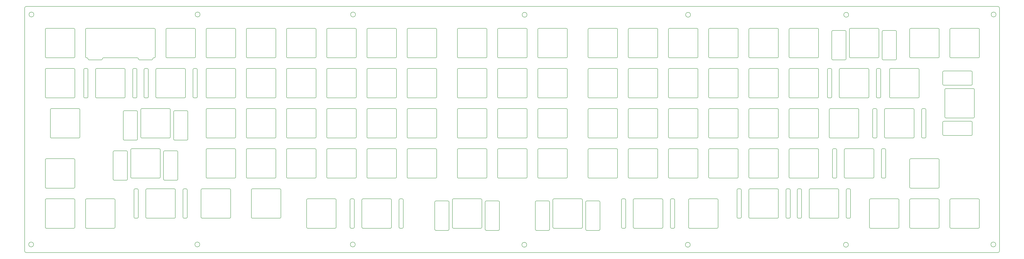
<source format=gm1>
G04 #@! TF.GenerationSoftware,KiCad,Pcbnew,(5.1.6)-1*
G04 #@! TF.CreationDate,2020-08-27T10:41:37-04:00*
G04 #@! TF.ProjectId,railroad-keyboard-switch-plate,7261696c-726f-4616-942d-6b6579626f61,rev?*
G04 #@! TF.SameCoordinates,Original*
G04 #@! TF.FileFunction,Profile,NP*
%FSLAX46Y46*%
G04 Gerber Fmt 4.6, Leading zero omitted, Abs format (unit mm)*
G04 Created by KiCad (PCBNEW (5.1.6)-1) date 2020-08-27 10:41:37*
%MOMM*%
%LPD*%
G01*
G04 APERTURE LIST*
G04 #@! TA.AperFunction,Profile*
%ADD10C,0.200000*%
G04 #@! TD*
G04 #@! TA.AperFunction,Profile*
%ADD11C,0.150000*%
G04 #@! TD*
G04 APERTURE END LIST*
D10*
X114052350Y-432511200D02*
X114052350Y-445511200D01*
X114052350Y-445511200D02*
G75*
G02*
X113552350Y-446011200I-500000J0D01*
G01*
X100552350Y-432011200D02*
X113552350Y-432011200D01*
X100052350Y-432511200D02*
X100052350Y-445511200D01*
X100552350Y-446011200D02*
G75*
G02*
X100052350Y-445511200I0J500000D01*
G01*
X100552350Y-446011200D02*
X113552350Y-446011200D01*
X100052350Y-432511200D02*
G75*
G02*
X100552350Y-432011200I500000J0D01*
G01*
X113552350Y-432011200D02*
G75*
G02*
X114052350Y-432511200I0J-500000D01*
G01*
X53809100Y-369811200D02*
G75*
G03*
X53309100Y-370311200I0J-500000D01*
G01*
X54021100Y-369811199D02*
X53809100Y-369811200D01*
X45847100Y-369811199D02*
X46059100Y-369811200D01*
X46059100Y-369811200D02*
G75*
G02*
X46559100Y-370311200I0J-500000D01*
G01*
X30145100Y-369811199D02*
X29933100Y-369811200D01*
X29933100Y-369811200D02*
G75*
G03*
X29433100Y-370311200I0J-500000D01*
G01*
X21971100Y-369811199D02*
X22183100Y-369811200D01*
X22183100Y-369811200D02*
G75*
G02*
X22683100Y-370311200I0J-500000D01*
G01*
X23183100Y-370811200D02*
G75*
G02*
X22683100Y-370311200I0J500000D01*
G01*
X54521099Y-356311200D02*
X54521099Y-369311199D01*
X54521099Y-369311199D02*
G75*
G02*
X54021099Y-369811199I-500000J0D01*
G01*
X34971099Y-355811200D02*
X54021099Y-355811200D01*
X54021099Y-355811200D02*
G75*
G02*
X54521099Y-356311200I0J-500000D01*
G01*
X21971100Y-369811199D02*
G75*
G02*
X21471100Y-369311199I0J500000D01*
G01*
X21471100Y-356311200D02*
G75*
G02*
X21971100Y-355811200I500000J0D01*
G01*
X21471100Y-356311200D02*
X21471100Y-369311199D01*
X21971100Y-355811200D02*
X34971099Y-355811200D01*
D11*
X382943750Y-458590000D02*
G75*
G03*
X382943750Y-458590000I-1150000J0D01*
G01*
X383079750Y-349354000D02*
G75*
G03*
X383079750Y-349354000I-1150000J0D01*
G01*
X230679750Y-349354000D02*
G75*
G03*
X230679750Y-349354000I-1150000J0D01*
G01*
X452793750Y-458463000D02*
G75*
G03*
X452793750Y-458463000I-1150000J0D01*
G01*
X-3000250Y-349227000D02*
G75*
G03*
X-3000250Y-349227000I-1150000J0D01*
G01*
X308013750Y-458590000D02*
G75*
G03*
X308013750Y-458590000I-1150000J0D01*
G01*
X149399750Y-349227000D02*
G75*
G03*
X149399750Y-349227000I-1150000J0D01*
G01*
X-3136250Y-458463000D02*
G75*
G03*
X-3136250Y-458463000I-1150000J0D01*
G01*
X308149750Y-349354000D02*
G75*
G03*
X308149750Y-349354000I-1150000J0D01*
G01*
X230543750Y-458590000D02*
G75*
G03*
X230543750Y-458590000I-1150000J0D01*
G01*
X149263750Y-458463000D02*
G75*
G03*
X149263750Y-458463000I-1150000J0D01*
G01*
X452929750Y-349227000D02*
G75*
G03*
X452929750Y-349227000I-1150000J0D01*
G01*
X75603750Y-458454000D02*
G75*
G03*
X75603750Y-458454000I-1150000J0D01*
G01*
X75739750Y-349218000D02*
G75*
G03*
X75739750Y-349218000I-1150000J0D01*
G01*
D10*
X-6597650Y-462330800D02*
G75*
G02*
X-7391400Y-461537050I0J793750D01*
G01*
X454571100Y-461537050D02*
G75*
G02*
X453777350Y-462330800I-793750J0D01*
G01*
X453777350Y-345389200D02*
G75*
G02*
X454571100Y-346182950I0J-793750D01*
G01*
X-7391400Y-346182950D02*
G75*
G02*
X-6597650Y-345389200I793750J0D01*
G01*
X412496100Y-450773700D02*
G75*
G02*
X411996100Y-450273700I0J500000D01*
G01*
X-6597650Y-345389200D02*
X453777350Y-345389200D01*
X454571100Y-346182950D02*
X454571100Y-461537050D01*
X445046100Y-437273700D02*
X445046100Y-450273700D01*
X412496100Y-450773700D02*
X425496100Y-450773700D01*
X444546100Y-436773700D02*
G75*
G02*
X445046100Y-437273700I0J-500000D01*
G01*
X-7391400Y-346182950D02*
X-7391400Y-461537050D01*
X411996100Y-437273700D02*
X411996100Y-450273700D01*
X-6597650Y-462330800D02*
X453777350Y-462330800D01*
X431546100Y-436773700D02*
X444546100Y-436773700D01*
X445046100Y-450273700D02*
G75*
G02*
X444546100Y-450773700I-500000J0D01*
G01*
X412496100Y-436773700D02*
X425496100Y-436773700D01*
X425996100Y-450273700D02*
G75*
G02*
X425496100Y-450773700I-500000J0D01*
G01*
X431046100Y-437273700D02*
G75*
G02*
X431546100Y-436773700I500000J0D01*
G01*
X431546100Y-450773700D02*
G75*
G02*
X431046100Y-450273700I0J500000D01*
G01*
X431546100Y-450773700D02*
X444546100Y-450773700D01*
X425496100Y-436773700D02*
G75*
G02*
X425996100Y-437273700I0J-500000D01*
G01*
X411996100Y-437273700D02*
G75*
G02*
X412496100Y-436773700I500000J0D01*
G01*
X425996100Y-437273700D02*
X425996100Y-450273700D01*
X431046100Y-437273700D02*
X431046100Y-450273700D01*
X242927350Y-437273700D02*
G75*
G02*
X243427350Y-436773700I500000J0D01*
G01*
X406946100Y-450273700D02*
G75*
G02*
X406446100Y-450773700I-500000J0D01*
G01*
X393446100Y-450773700D02*
G75*
G02*
X392946100Y-450273700I0J500000D01*
G01*
X258490350Y-438273700D02*
G75*
G02*
X258990350Y-437773700I500000J0D01*
G01*
X241364350Y-438273700D02*
X241364350Y-451273700D01*
X406446100Y-436773700D02*
G75*
G02*
X406946100Y-437273700I0J-500000D01*
G01*
X393446100Y-436773700D02*
X406446100Y-436773700D01*
X275927350Y-450773700D02*
X276927350Y-450773700D01*
X300127350Y-436773700D02*
G75*
G02*
X300627350Y-437273700I0J-500000D01*
G01*
X256427350Y-436773700D02*
G75*
G02*
X256927350Y-437273700I0J-500000D01*
G01*
X406946100Y-437273700D02*
X406946100Y-450273700D01*
X307721100Y-450773700D02*
X320721100Y-450773700D01*
X275427350Y-437273700D02*
X275427350Y-450273700D01*
X275927350Y-436773700D02*
X276927350Y-436773700D01*
X243427350Y-450773700D02*
X256427350Y-450773700D01*
X299127350Y-450773700D02*
X300127350Y-450773700D01*
X294527350Y-436773700D02*
G75*
G02*
X295027350Y-437273700I0J-500000D01*
G01*
X281527350Y-436773700D02*
X294527350Y-436773700D01*
X258990350Y-451773700D02*
G75*
G02*
X258490350Y-451273700I0J500000D01*
G01*
X281027350Y-437273700D02*
X281027350Y-450273700D01*
X300627350Y-450273700D02*
G75*
G02*
X300127350Y-450773700I-500000J0D01*
G01*
X265240350Y-451273700D02*
G75*
G02*
X264740350Y-451773700I-500000J0D01*
G01*
X307221100Y-437273700D02*
X307221100Y-450273700D01*
X307721100Y-436773700D02*
X320721100Y-436773700D01*
X275427350Y-437273700D02*
G75*
G02*
X275927350Y-436773700I500000J0D01*
G01*
X299127350Y-450773700D02*
G75*
G02*
X298627350Y-450273700I0J500000D01*
G01*
X281527350Y-450773700D02*
G75*
G02*
X281027350Y-450273700I0J500000D01*
G01*
X240864350Y-437773700D02*
G75*
G02*
X241364350Y-438273700I0J-500000D01*
G01*
X243427350Y-436773700D02*
X256427350Y-436773700D01*
X281027350Y-437273700D02*
G75*
G02*
X281527350Y-436773700I500000J0D01*
G01*
X295027350Y-450273700D02*
G75*
G02*
X294527350Y-450773700I-500000J0D01*
G01*
X298627350Y-437273700D02*
X298627350Y-450273700D01*
X258990350Y-437773700D02*
X264740350Y-437773700D01*
X264740350Y-437773700D02*
G75*
G02*
X265240350Y-438273700I0J-500000D01*
G01*
X242927350Y-437273700D02*
X242927350Y-450273700D01*
X299127350Y-436773700D02*
X300127350Y-436773700D01*
X234614350Y-438273700D02*
G75*
G02*
X235114350Y-437773700I500000J0D01*
G01*
X281527350Y-450773700D02*
X294527350Y-450773700D01*
X392946100Y-437273700D02*
G75*
G02*
X393446100Y-436773700I500000J0D01*
G01*
X392946100Y-437273700D02*
X392946100Y-450273700D01*
X393446100Y-450773700D02*
X406446100Y-450773700D01*
X307721100Y-450773700D02*
G75*
G02*
X307221100Y-450273700I0J500000D01*
G01*
X277427350Y-450273700D02*
G75*
G02*
X276927350Y-450773700I-500000J0D01*
G01*
X320721100Y-436773700D02*
G75*
G02*
X321221100Y-437273700I0J-500000D01*
G01*
X276927350Y-436773700D02*
G75*
G02*
X277427350Y-437273700I0J-500000D01*
G01*
X258490350Y-438273700D02*
X258490350Y-451273700D01*
X307221100Y-437273700D02*
G75*
G02*
X307721100Y-436773700I500000J0D01*
G01*
X275927350Y-450773700D02*
G75*
G02*
X275427350Y-450273700I0J500000D01*
G01*
X256927350Y-437273700D02*
X256927350Y-450273700D01*
X277427350Y-437273700D02*
X277427350Y-450273700D01*
X295027350Y-437273700D02*
X295027350Y-450273700D01*
X235114350Y-451773700D02*
G75*
G02*
X234614350Y-451273700I0J500000D01*
G01*
X234614350Y-438273700D02*
X234614350Y-451273700D01*
X298627350Y-437273700D02*
G75*
G02*
X299127350Y-436773700I500000J0D01*
G01*
X300627350Y-437273700D02*
X300627350Y-450273700D01*
X235114350Y-451773700D02*
X240864350Y-451773700D01*
X265240350Y-438273700D02*
X265240350Y-451273700D01*
X235114350Y-437773700D02*
X240864350Y-437773700D01*
X258990350Y-451773700D02*
X264740350Y-451773700D01*
X321221100Y-437273700D02*
X321221100Y-450273700D01*
X243427350Y-450773700D02*
G75*
G02*
X242927350Y-450273700I0J500000D01*
G01*
X256927350Y-450273700D02*
G75*
G02*
X256427350Y-450773700I-500000J0D01*
G01*
X321221100Y-450273700D02*
G75*
G02*
X320721100Y-450773700I-500000J0D01*
G01*
X241364350Y-451273700D02*
G75*
G02*
X240864350Y-451773700I-500000J0D01*
G01*
X353896100Y-432011200D02*
X354896100Y-432011200D01*
X360271100Y-432011200D02*
G75*
G02*
X360771100Y-432511200I0J-500000D01*
G01*
X330696100Y-432011200D02*
X331696100Y-432011200D01*
X359271100Y-446011200D02*
X360271100Y-446011200D01*
X332196100Y-445511200D02*
G75*
G02*
X331696100Y-446011200I-500000J0D01*
G01*
X15921099Y-436773700D02*
G75*
G02*
X16421099Y-437273700I0J-500000D01*
G01*
X359271100Y-446011200D02*
G75*
G02*
X358771100Y-445511200I0J500000D01*
G01*
X358771100Y-432511200D02*
G75*
G02*
X359271100Y-432011200I500000J0D01*
G01*
X353896100Y-446011200D02*
X354896100Y-446011200D01*
X383471100Y-432011200D02*
G75*
G02*
X383971100Y-432511200I0J-500000D01*
G01*
X382471100Y-446011200D02*
X383471100Y-446011200D01*
X364371100Y-432511200D02*
G75*
G02*
X364871100Y-432011200I500000J0D01*
G01*
X364871100Y-446011200D02*
G75*
G02*
X364371100Y-445511200I0J500000D01*
G01*
X2421100Y-437273700D02*
G75*
G02*
X2921100Y-436773700I500000J0D01*
G01*
X360771100Y-432511200D02*
X360771100Y-445511200D01*
X330196100Y-432511200D02*
X330196100Y-445511200D01*
X2921100Y-436773700D02*
X15921099Y-436773700D01*
X332196100Y-432511200D02*
X332196100Y-445511200D01*
X358771100Y-432511200D02*
X358771100Y-445511200D01*
X381971100Y-432511200D02*
X381971100Y-445511200D01*
X382471100Y-446011200D02*
G75*
G02*
X381971100Y-445511200I0J500000D01*
G01*
X382471100Y-432011200D02*
X383471100Y-432011200D01*
X383971100Y-432511200D02*
X383971100Y-445511200D01*
X364871100Y-446011200D02*
X377871100Y-446011200D01*
X381971100Y-432511200D02*
G75*
G02*
X382471100Y-432011200I500000J0D01*
G01*
X377871100Y-432011200D02*
G75*
G02*
X378371100Y-432511200I0J-500000D01*
G01*
X353396100Y-432511200D02*
G75*
G02*
X353896100Y-432011200I500000J0D01*
G01*
X330696100Y-446011200D02*
X331696100Y-446011200D01*
X336296100Y-446011200D02*
G75*
G02*
X335796100Y-445511200I0J500000D01*
G01*
X364871100Y-432011200D02*
X377871100Y-432011200D01*
X16421099Y-450273700D02*
G75*
G02*
X15921099Y-450773700I-500000J0D01*
G01*
X16421099Y-437273700D02*
X16421099Y-450273700D01*
X2421100Y-437273700D02*
X2421100Y-450273700D01*
X2921100Y-450773700D02*
X15921099Y-450773700D01*
X360771100Y-445511200D02*
G75*
G02*
X360271100Y-446011200I-500000J0D01*
G01*
X359271100Y-432011200D02*
X360271100Y-432011200D01*
X383971100Y-445511200D02*
G75*
G02*
X383471100Y-446011200I-500000J0D01*
G01*
X353896100Y-446011200D02*
G75*
G02*
X353396100Y-445511200I0J500000D01*
G01*
X378371100Y-445511200D02*
G75*
G02*
X377871100Y-446011200I-500000J0D01*
G01*
X349796100Y-445511200D02*
G75*
G02*
X349296100Y-446011200I-500000J0D01*
G01*
X364371100Y-432511200D02*
X364371100Y-445511200D01*
X330696100Y-446011200D02*
G75*
G02*
X330196100Y-445511200I0J500000D01*
G01*
X331696100Y-432011200D02*
G75*
G02*
X332196100Y-432511200I0J-500000D01*
G01*
X330196100Y-432511200D02*
G75*
G02*
X330696100Y-432011200I500000J0D01*
G01*
X355396100Y-445511200D02*
G75*
G02*
X354896100Y-446011200I-500000J0D01*
G01*
X354896100Y-432011200D02*
G75*
G02*
X355396100Y-432511200I0J-500000D01*
G01*
X349296100Y-432011200D02*
G75*
G02*
X349796100Y-432511200I0J-500000D01*
G01*
X335796100Y-432511200D02*
G75*
G02*
X336296100Y-432011200I500000J0D01*
G01*
X2921100Y-450773700D02*
G75*
G02*
X2421100Y-450273700I0J500000D01*
G01*
X353396100Y-432511200D02*
X353396100Y-445511200D01*
X355396100Y-432511200D02*
X355396100Y-445511200D01*
X378371100Y-432511200D02*
X378371100Y-445511200D01*
X89739850Y-432011200D02*
G75*
G02*
X90239850Y-432511200I0J-500000D01*
G01*
X399139850Y-426961200D02*
G75*
G02*
X398639850Y-426461200I0J500000D01*
G01*
X76739850Y-446011200D02*
X89739850Y-446011200D01*
X50046100Y-432511200D02*
X50046100Y-445511200D01*
X50546100Y-432011200D02*
X63546100Y-432011200D01*
X411996100Y-418223700D02*
X411996100Y-431223700D01*
X412496100Y-431723700D02*
G75*
G02*
X411996100Y-431223700I0J500000D01*
G01*
X412496100Y-417723700D02*
X425496100Y-417723700D01*
X377439850Y-413461200D02*
X377439850Y-426461200D01*
X412496100Y-431723700D02*
X425496100Y-431723700D01*
X76739850Y-446011200D02*
G75*
G02*
X76239850Y-445511200I0J500000D01*
G01*
X45946100Y-432011200D02*
G75*
G02*
X46446100Y-432511200I0J-500000D01*
G01*
X64046100Y-445511200D02*
G75*
G02*
X63546100Y-446011200I-500000J0D01*
G01*
X336296100Y-446011200D02*
X349296100Y-446011200D01*
X76239850Y-432511200D02*
G75*
G02*
X76739850Y-432011200I500000J0D01*
G01*
X63546100Y-432011200D02*
G75*
G02*
X64046100Y-432511200I0J-500000D01*
G01*
X46446100Y-432511200D02*
X46446100Y-445511200D01*
X44446100Y-432511200D02*
X44446100Y-445511200D01*
X16421099Y-418223700D02*
X16421099Y-431223700D01*
X375439850Y-413461200D02*
X375439850Y-426461200D01*
X68146100Y-446011200D02*
G75*
G02*
X67646100Y-445511200I0J500000D01*
G01*
X64046100Y-432511200D02*
X64046100Y-445511200D01*
X16421099Y-431223700D02*
G75*
G02*
X15921099Y-431723700I-500000J0D01*
G01*
X411996100Y-418223700D02*
G75*
G02*
X412496100Y-417723700I500000J0D01*
G01*
X376939850Y-412961200D02*
G75*
G02*
X377439850Y-413461200I0J-500000D01*
G01*
X68146100Y-446011200D02*
X69146100Y-446011200D01*
X50046100Y-432511200D02*
G75*
G02*
X50546100Y-432011200I500000J0D01*
G01*
X15921099Y-417723700D02*
G75*
G02*
X16421099Y-418223700I0J-500000D01*
G01*
X400639850Y-426461200D02*
G75*
G02*
X400139850Y-426961200I-500000J0D01*
G01*
X425996100Y-431223700D02*
G75*
G02*
X425496100Y-431723700I-500000J0D01*
G01*
X375939850Y-426961200D02*
X376939850Y-426961200D01*
X69646100Y-432511200D02*
X69646100Y-445511200D01*
X375939850Y-426961200D02*
G75*
G02*
X375439850Y-426461200I0J500000D01*
G01*
X375939850Y-412961200D02*
X376939850Y-412961200D01*
X44946100Y-446011200D02*
G75*
G02*
X44446100Y-445511200I0J500000D01*
G01*
X67646100Y-432511200D02*
G75*
G02*
X68146100Y-432011200I500000J0D01*
G01*
X44446100Y-432511200D02*
G75*
G02*
X44946100Y-432011200I500000J0D01*
G01*
X425996100Y-418223700D02*
X425996100Y-431223700D01*
X44946100Y-432011200D02*
X45946100Y-432011200D01*
X46446100Y-445511200D02*
G75*
G02*
X45946100Y-446011200I-500000J0D01*
G01*
X50546100Y-446011200D02*
G75*
G02*
X50046100Y-445511200I0J500000D01*
G01*
X2921100Y-431723700D02*
X15921099Y-431723700D01*
X2921100Y-417723700D02*
X15921099Y-417723700D01*
X336296100Y-432011200D02*
X349296100Y-432011200D01*
X76239850Y-432511200D02*
X76239850Y-445511200D01*
X76739850Y-432011200D02*
X89739850Y-432011200D01*
X67646100Y-432511200D02*
X67646100Y-445511200D01*
X50546100Y-446011200D02*
X63546100Y-446011200D01*
X400139850Y-412961200D02*
G75*
G02*
X400639850Y-413461200I0J-500000D01*
G01*
X425496100Y-417723700D02*
G75*
G02*
X425996100Y-418223700I0J-500000D01*
G01*
X398639850Y-413461200D02*
G75*
G02*
X399139850Y-412961200I500000J0D01*
G01*
X90239850Y-432511200D02*
X90239850Y-445511200D01*
X2421100Y-418223700D02*
G75*
G02*
X2921100Y-417723700I500000J0D01*
G01*
X44946100Y-446011200D02*
X45946100Y-446011200D01*
X69646100Y-445511200D02*
G75*
G02*
X69146100Y-446011200I-500000J0D01*
G01*
X2921100Y-431723700D02*
G75*
G02*
X2421100Y-431223700I0J500000D01*
G01*
X69146100Y-432011200D02*
G75*
G02*
X69646100Y-432511200I0J-500000D01*
G01*
X68146100Y-432011200D02*
X69146100Y-432011200D01*
X2421100Y-418223700D02*
X2421100Y-431223700D01*
X377439850Y-426461200D02*
G75*
G02*
X376939850Y-426961200I-500000J0D01*
G01*
X349796100Y-432511200D02*
X349796100Y-445511200D01*
X335796100Y-432511200D02*
X335796100Y-445511200D01*
X90239850Y-445511200D02*
G75*
G02*
X89739850Y-446011200I-500000J0D01*
G01*
X375439850Y-413461200D02*
G75*
G02*
X375939850Y-412961200I500000J0D01*
G01*
X278646100Y-413461200D02*
G75*
G02*
X279146100Y-412961200I500000J0D01*
G01*
X399139850Y-426961200D02*
X400139850Y-426961200D01*
X330746100Y-413461200D02*
X330746100Y-426461200D01*
X297696100Y-413461200D02*
G75*
G02*
X298196100Y-412961200I500000J0D01*
G01*
X260096100Y-426961200D02*
X273096100Y-426961200D01*
X399139850Y-412961200D02*
X400139850Y-412961200D01*
X381539850Y-426961200D02*
X394539850Y-426961200D01*
X368346100Y-412961200D02*
G75*
G02*
X368846100Y-413461200I0J-500000D01*
G01*
X249283600Y-412961200D02*
G75*
G02*
X249783600Y-413461200I0J-500000D01*
G01*
X292146100Y-412961200D02*
G75*
G02*
X292646100Y-413461200I0J-500000D01*
G01*
X381039850Y-413461200D02*
X381039850Y-426461200D01*
X273596100Y-413461200D02*
X273596100Y-426461200D01*
X259596100Y-413461200D02*
X259596100Y-426461200D01*
X395039850Y-426461200D02*
G75*
G02*
X394539850Y-426961200I-500000J0D01*
G01*
X381539850Y-412961200D02*
X394539850Y-412961200D01*
X355346100Y-426961200D02*
X368346100Y-426961200D01*
X349296100Y-412961200D02*
G75*
G02*
X349796100Y-413461200I0J-500000D01*
G01*
X336296100Y-412961200D02*
X349296100Y-412961200D01*
X298196100Y-426961200D02*
G75*
G02*
X297696100Y-426461200I0J500000D01*
G01*
X335796100Y-413461200D02*
X335796100Y-426461200D01*
X368846100Y-426461200D02*
G75*
G02*
X368346100Y-426961200I-500000J0D01*
G01*
X311696100Y-426461200D02*
G75*
G02*
X311196100Y-426961200I-500000J0D01*
G01*
X381039850Y-413461200D02*
G75*
G02*
X381539850Y-412961200I500000J0D01*
G01*
X355346100Y-426961200D02*
G75*
G02*
X354846100Y-426461200I0J500000D01*
G01*
X354846100Y-413461200D02*
X354846100Y-426461200D01*
X336296100Y-426961200D02*
G75*
G02*
X335796100Y-426461200I0J500000D01*
G01*
X330246100Y-412961200D02*
G75*
G02*
X330746100Y-413461200I0J-500000D01*
G01*
X260096100Y-426961200D02*
G75*
G02*
X259596100Y-426461200I0J500000D01*
G01*
X273596100Y-426461200D02*
G75*
G02*
X273096100Y-426961200I-500000J0D01*
G01*
X335796100Y-413461200D02*
G75*
G02*
X336296100Y-412961200I500000J0D01*
G01*
X349796100Y-426461200D02*
G75*
G02*
X349296100Y-426961200I-500000J0D01*
G01*
X298196100Y-412961200D02*
X311196100Y-412961200D01*
X260096100Y-412961200D02*
X273096100Y-412961200D01*
X311196100Y-412961200D02*
G75*
G02*
X311696100Y-413461200I0J-500000D01*
G01*
X278646100Y-413461200D02*
X278646100Y-426461200D01*
X355346100Y-412961200D02*
X368346100Y-412961200D01*
X316746100Y-413461200D02*
G75*
G02*
X317246100Y-412961200I500000J0D01*
G01*
X336296100Y-426961200D02*
X349296100Y-426961200D01*
X381539850Y-426961200D02*
G75*
G02*
X381039850Y-426461200I0J500000D01*
G01*
X394539850Y-412961200D02*
G75*
G02*
X395039850Y-413461200I0J-500000D01*
G01*
X395039850Y-413461200D02*
X395039850Y-426461200D01*
X354846100Y-413461200D02*
G75*
G02*
X355346100Y-412961200I500000J0D01*
G01*
X368846100Y-413461200D02*
X368846100Y-426461200D01*
X349796100Y-413461200D02*
X349796100Y-426461200D01*
X317246100Y-426961200D02*
G75*
G02*
X316746100Y-426461200I0J500000D01*
G01*
X297696100Y-413461200D02*
X297696100Y-426461200D01*
X316746100Y-413461200D02*
X316746100Y-426461200D01*
X235783600Y-413461200D02*
G75*
G02*
X236283600Y-412961200I500000J0D01*
G01*
X292646100Y-413461200D02*
X292646100Y-426461200D01*
X317246100Y-426961200D02*
X330246100Y-426961200D01*
X236283600Y-426961200D02*
G75*
G02*
X235783600Y-426461200I0J500000D01*
G01*
X317246100Y-412961200D02*
X330246100Y-412961200D01*
X311696100Y-413461200D02*
X311696100Y-426461200D01*
X273096100Y-412961200D02*
G75*
G02*
X273596100Y-413461200I0J-500000D01*
G01*
X298196100Y-426961200D02*
X311196100Y-426961200D01*
X259596100Y-413461200D02*
G75*
G02*
X260096100Y-412961200I500000J0D01*
G01*
X279146100Y-426961200D02*
X292146100Y-426961200D01*
X279146100Y-412961200D02*
X292146100Y-412961200D01*
X249783600Y-426461200D02*
G75*
G02*
X249283600Y-426961200I-500000J0D01*
G01*
X400639850Y-413461200D02*
X400639850Y-426461200D01*
X279146100Y-426961200D02*
G75*
G02*
X278646100Y-426461200I0J500000D01*
G01*
X292646100Y-426461200D02*
G75*
G02*
X292146100Y-426961200I-500000J0D01*
G01*
X398639850Y-413461200D02*
X398639850Y-426461200D01*
X330746100Y-426461200D02*
G75*
G02*
X330246100Y-426961200I-500000J0D01*
G01*
X130721099Y-426461200D02*
G75*
G02*
X130221099Y-426961200I-500000J0D01*
G01*
X135771100Y-413461200D02*
G75*
G02*
X136271100Y-412961200I500000J0D01*
G01*
X136271100Y-412961200D02*
X149271100Y-412961200D01*
X117221100Y-426961200D02*
X130221099Y-426961200D01*
X111671100Y-426461200D02*
G75*
G02*
X111171100Y-426961200I-500000J0D01*
G01*
X98171100Y-412961200D02*
X111171100Y-412961200D01*
X173871100Y-413461200D02*
G75*
G02*
X174371100Y-412961200I500000J0D01*
G01*
X136271100Y-426961200D02*
G75*
G02*
X135771100Y-426461200I0J500000D01*
G01*
X136271100Y-426961200D02*
X149271100Y-426961200D01*
X173871100Y-413461200D02*
X173871100Y-426461200D01*
X211683600Y-413461200D02*
X211683600Y-426461200D01*
X149771100Y-413461200D02*
X149771100Y-426461200D01*
X117221100Y-412961200D02*
X130221099Y-412961200D01*
X111171100Y-412961200D02*
G75*
G02*
X111671100Y-413461200I0J-500000D01*
G01*
X98171100Y-426961200D02*
X111171100Y-426961200D01*
X198183600Y-426961200D02*
X211183600Y-426961200D01*
X230733600Y-426461200D02*
G75*
G02*
X230233600Y-426961200I-500000J0D01*
G01*
X217233600Y-426961200D02*
G75*
G02*
X216733600Y-426461200I0J500000D01*
G01*
X154821100Y-413461200D02*
G75*
G02*
X155321100Y-412961200I500000J0D01*
G01*
X174371100Y-412961200D02*
X187371100Y-412961200D01*
X216733600Y-413461200D02*
X216733600Y-426461200D01*
X187871100Y-426461200D02*
G75*
G02*
X187371100Y-426961200I-500000J0D01*
G01*
X97671100Y-413461200D02*
X97671100Y-426461200D01*
X116721100Y-413461200D02*
X116721100Y-426461200D01*
X216733600Y-413461200D02*
G75*
G02*
X217233600Y-412961200I500000J0D01*
G01*
X211183600Y-412961200D02*
G75*
G02*
X211683600Y-413461200I0J-500000D01*
G01*
X198183600Y-412961200D02*
X211183600Y-412961200D01*
X187871100Y-413461200D02*
X187871100Y-426461200D01*
X130221099Y-412961200D02*
G75*
G02*
X130721099Y-413461200I0J-500000D01*
G01*
X98171100Y-426961200D02*
G75*
G02*
X97671100Y-426461200I0J500000D01*
G01*
X116721100Y-413461200D02*
G75*
G02*
X117221100Y-412961200I500000J0D01*
G01*
X217233600Y-412961200D02*
X230233600Y-412961200D01*
X211683600Y-426461200D02*
G75*
G02*
X211183600Y-426961200I-500000J0D01*
G01*
X197683600Y-413461200D02*
X197683600Y-426461200D01*
X154821100Y-413461200D02*
X154821100Y-426461200D01*
X155321100Y-412961200D02*
X168321100Y-412961200D01*
X149771100Y-426461200D02*
G75*
G02*
X149271100Y-426961200I-500000J0D01*
G01*
X92621100Y-426461200D02*
G75*
G02*
X92121100Y-426961200I-500000J0D01*
G01*
X97671100Y-413461200D02*
G75*
G02*
X98171100Y-412961200I500000J0D01*
G01*
X130721099Y-413461200D02*
X130721099Y-426461200D01*
X79121100Y-426961200D02*
G75*
G02*
X78621100Y-426461200I0J500000D01*
G01*
X249783600Y-413461200D02*
X249783600Y-426461200D01*
X198183600Y-426961200D02*
G75*
G02*
X197683600Y-426461200I0J500000D01*
G01*
X168821100Y-426461200D02*
G75*
G02*
X168321100Y-426961200I-500000J0D01*
G01*
X111671100Y-413461200D02*
X111671100Y-426461200D01*
X155321100Y-426961200D02*
X168321100Y-426961200D01*
X149271100Y-412961200D02*
G75*
G02*
X149771100Y-413461200I0J-500000D01*
G01*
X78621100Y-413461200D02*
G75*
G02*
X79121100Y-412961200I500000J0D01*
G01*
X117221100Y-426961200D02*
G75*
G02*
X116721100Y-426461200I0J500000D01*
G01*
X235783600Y-413461200D02*
X235783600Y-426461200D01*
X187371100Y-412961200D02*
G75*
G02*
X187871100Y-413461200I0J-500000D01*
G01*
X168321100Y-412961200D02*
G75*
G02*
X168821100Y-413461200I0J-500000D01*
G01*
X92121100Y-412961200D02*
G75*
G02*
X92621100Y-413461200I0J-500000D01*
G01*
X230233600Y-412961200D02*
G75*
G02*
X230733600Y-413461200I0J-500000D01*
G01*
X236283600Y-426961200D02*
X249283600Y-426961200D01*
X174371100Y-426961200D02*
X187371100Y-426961200D01*
X135771100Y-413461200D02*
X135771100Y-426461200D01*
X197683600Y-413461200D02*
G75*
G02*
X198183600Y-412961200I500000J0D01*
G01*
X230733600Y-413461200D02*
X230733600Y-426461200D01*
X217233600Y-426961200D02*
X230233600Y-426961200D01*
X236283600Y-412961200D02*
X249283600Y-412961200D01*
X174371100Y-426961200D02*
G75*
G02*
X173871100Y-426461200I0J500000D01*
G01*
X155321100Y-426961200D02*
G75*
G02*
X154821100Y-426461200I0J500000D01*
G01*
X168821100Y-413461200D02*
X168821100Y-426461200D01*
X373896100Y-394411200D02*
G75*
G02*
X374396100Y-393911200I500000J0D01*
G01*
X64715350Y-413961200D02*
G75*
G02*
X65215350Y-414461200I0J-500000D01*
G01*
X414089850Y-394411200D02*
X414089850Y-407411200D01*
X35089350Y-413961200D02*
X40839350Y-413961200D01*
X387896100Y-407411200D02*
G75*
G02*
X387396100Y-407911200I-500000J0D01*
G01*
X58965350Y-427961200D02*
G75*
G02*
X58465350Y-427461200I0J500000D01*
G01*
X65215350Y-414461200D02*
X65215350Y-427461200D01*
X373896100Y-394411200D02*
X373896100Y-407411200D01*
X43402350Y-426961200D02*
X56402350Y-426961200D01*
X400589850Y-407911200D02*
G75*
G02*
X400089850Y-407411200I0J500000D01*
G01*
X394489850Y-394411200D02*
G75*
G02*
X394989850Y-393911200I500000J0D01*
G01*
X396489850Y-394411200D02*
X396489850Y-407411200D01*
X394489850Y-394411200D02*
X394489850Y-407411200D01*
X58965350Y-427961200D02*
X64715350Y-427961200D01*
X355346100Y-407911200D02*
G75*
G02*
X354846100Y-407411200I0J500000D01*
G01*
X418189850Y-393911200D02*
X419189850Y-393911200D01*
X400589850Y-393911200D02*
X413589850Y-393911200D01*
X42902350Y-413461200D02*
G75*
G02*
X43402350Y-412961200I500000J0D01*
G01*
X394989850Y-407911200D02*
G75*
G02*
X394489850Y-407411200I0J500000D01*
G01*
X418189850Y-407911200D02*
G75*
G02*
X417689850Y-407411200I0J500000D01*
G01*
X419689850Y-394411200D02*
X419689850Y-407411200D01*
X58465350Y-414461200D02*
X58465350Y-427461200D01*
X56902350Y-426461200D02*
G75*
G02*
X56402350Y-426961200I-500000J0D01*
G01*
X419689850Y-407411200D02*
G75*
G02*
X419189850Y-407911200I-500000J0D01*
G01*
X35089350Y-427961200D02*
G75*
G02*
X34589350Y-427461200I0J500000D01*
G01*
X58465350Y-414461200D02*
G75*
G02*
X58965350Y-413961200I500000J0D01*
G01*
X400589850Y-407911200D02*
X413589850Y-407911200D01*
X58965350Y-413961200D02*
X64715350Y-413961200D01*
X374396100Y-393911200D02*
X387396100Y-393911200D01*
X394989850Y-393911200D02*
X395989850Y-393911200D01*
X56902350Y-413461200D02*
X56902350Y-426461200D01*
X374396100Y-407911200D02*
G75*
G02*
X373896100Y-407411200I0J500000D01*
G01*
X387396100Y-393911200D02*
G75*
G02*
X387896100Y-394411200I0J-500000D01*
G01*
X387896100Y-394411200D02*
X387896100Y-407411200D01*
X34589350Y-414461200D02*
G75*
G02*
X35089350Y-413961200I500000J0D01*
G01*
X56402350Y-412961200D02*
G75*
G02*
X56902350Y-413461200I0J-500000D01*
G01*
X43402350Y-412961200D02*
X56402350Y-412961200D01*
X419189850Y-393911200D02*
G75*
G02*
X419689850Y-394411200I0J-500000D01*
G01*
X417689850Y-394411200D02*
X417689850Y-407411200D01*
X374396100Y-407911200D02*
X387396100Y-407911200D01*
X400089850Y-394411200D02*
X400089850Y-407411200D01*
X395989850Y-393911200D02*
G75*
G02*
X396489850Y-394411200I0J-500000D01*
G01*
X79121100Y-426961200D02*
X92121100Y-426961200D01*
X41339350Y-427461200D02*
G75*
G02*
X40839350Y-427961200I-500000J0D01*
G01*
X418189850Y-407911200D02*
X419189850Y-407911200D01*
X368846100Y-407411200D02*
G75*
G02*
X368346100Y-407911200I-500000J0D01*
G01*
X41339350Y-414461200D02*
X41339350Y-427461200D01*
X414089850Y-407411200D02*
G75*
G02*
X413589850Y-407911200I-500000J0D01*
G01*
X92621100Y-413461200D02*
X92621100Y-426461200D01*
X394989850Y-407911200D02*
X395989850Y-407911200D01*
X78621100Y-413461200D02*
X78621100Y-426461200D01*
X79121100Y-412961200D02*
X92121100Y-412961200D01*
X40839350Y-413961200D02*
G75*
G02*
X41339350Y-414461200I0J-500000D01*
G01*
X42902350Y-413461200D02*
X42902350Y-426461200D01*
X354846100Y-394411200D02*
G75*
G02*
X355346100Y-393911200I500000J0D01*
G01*
X34589350Y-414461200D02*
X34589350Y-427461200D01*
X65215350Y-427461200D02*
G75*
G02*
X64715350Y-427961200I-500000J0D01*
G01*
X417689850Y-394411200D02*
G75*
G02*
X418189850Y-393911200I500000J0D01*
G01*
X413589850Y-393911200D02*
G75*
G02*
X414089850Y-394411200I0J-500000D01*
G01*
X35089350Y-427961200D02*
X40839350Y-427961200D01*
X43402350Y-426961200D02*
G75*
G02*
X42902350Y-426461200I0J500000D01*
G01*
X396489850Y-407411200D02*
G75*
G02*
X395989850Y-407911200I-500000J0D01*
G01*
X368346100Y-393911200D02*
G75*
G02*
X368846100Y-394411200I0J-500000D01*
G01*
X400089850Y-394411200D02*
G75*
G02*
X400589850Y-393911200I500000J0D01*
G01*
X146839850Y-437273700D02*
X146839850Y-450273700D01*
X21471100Y-437273700D02*
X21471100Y-450273700D01*
X186989350Y-438273700D02*
X186989350Y-451273700D01*
X211365350Y-451773700D02*
G75*
G02*
X210865350Y-451273700I0J500000D01*
G01*
X172039850Y-450273700D02*
G75*
G02*
X171539850Y-450773700I-500000J0D01*
G01*
X152939850Y-450773700D02*
G75*
G02*
X152439850Y-450273700I0J500000D01*
G01*
X170039850Y-437273700D02*
X170039850Y-450273700D01*
X152439850Y-437273700D02*
G75*
G02*
X152939850Y-436773700I500000J0D01*
G01*
X35471100Y-450273700D02*
G75*
G02*
X34971100Y-450773700I-500000J0D01*
G01*
X165939850Y-436773700D02*
G75*
G02*
X166439850Y-437273700I0J-500000D01*
G01*
X186989350Y-438273700D02*
G75*
G02*
X187489350Y-437773700I500000J0D01*
G01*
X193739350Y-438273700D02*
X193739350Y-451273700D01*
X210865350Y-438273700D02*
X210865350Y-451273700D01*
X187489350Y-451773700D02*
X193239350Y-451773700D01*
X210865350Y-438273700D02*
G75*
G02*
X211365350Y-437773700I500000J0D01*
G01*
X209302350Y-450273700D02*
G75*
G02*
X208802350Y-450773700I-500000J0D01*
G01*
X146839850Y-437273700D02*
G75*
G02*
X147339850Y-436773700I500000J0D01*
G01*
X147339850Y-436773700D02*
X148339850Y-436773700D01*
X140246100Y-450273700D02*
G75*
G02*
X139746100Y-450773700I-500000J0D01*
G01*
X21971100Y-450773700D02*
G75*
G02*
X21471100Y-450273700I0J500000D01*
G01*
X209302350Y-437273700D02*
X209302350Y-450273700D01*
X217615350Y-438273700D02*
X217615350Y-451273700D01*
X166439850Y-437273700D02*
X166439850Y-450273700D01*
X170539850Y-436773700D02*
X171539850Y-436773700D01*
X126746100Y-450773700D02*
X139746100Y-450773700D01*
X211365350Y-437773700D02*
X217115350Y-437773700D01*
X147339850Y-450773700D02*
G75*
G02*
X146839850Y-450273700I0J500000D01*
G01*
X152939850Y-450773700D02*
X165939850Y-450773700D01*
X35471100Y-437273700D02*
X35471100Y-450273700D01*
X211365350Y-451773700D02*
X217115350Y-451773700D01*
X34971100Y-436773700D02*
G75*
G02*
X35471100Y-437273700I0J-500000D01*
G01*
X195802350Y-436773700D02*
X208802350Y-436773700D01*
X126246100Y-437273700D02*
X126246100Y-450273700D01*
X21471100Y-437273700D02*
G75*
G02*
X21971100Y-436773700I500000J0D01*
G01*
X208802350Y-436773700D02*
G75*
G02*
X209302350Y-437273700I0J-500000D01*
G01*
X195802350Y-450773700D02*
X208802350Y-450773700D01*
X170039850Y-437273700D02*
G75*
G02*
X170539850Y-436773700I500000J0D01*
G01*
X166439850Y-450273700D02*
G75*
G02*
X165939850Y-450773700I-500000J0D01*
G01*
X172039850Y-437273700D02*
X172039850Y-450273700D01*
X170539850Y-450773700D02*
G75*
G02*
X170039850Y-450273700I0J500000D01*
G01*
X187489350Y-437773700D02*
X193239350Y-437773700D01*
X139746100Y-436773700D02*
G75*
G02*
X140246100Y-437273700I0J-500000D01*
G01*
X126246100Y-437273700D02*
G75*
G02*
X126746100Y-436773700I500000J0D01*
G01*
X148839850Y-437273700D02*
X148839850Y-450273700D01*
X217615350Y-451273700D02*
G75*
G02*
X217115350Y-451773700I-500000J0D01*
G01*
X148839850Y-450273700D02*
G75*
G02*
X148339850Y-450773700I-500000J0D01*
G01*
X171539850Y-436773700D02*
G75*
G02*
X172039850Y-437273700I0J-500000D01*
G01*
X217115350Y-437773700D02*
G75*
G02*
X217615350Y-438273700I0J-500000D01*
G01*
X21971100Y-450773700D02*
X34971100Y-450773700D01*
X170539850Y-450773700D02*
X171539850Y-450773700D01*
X21971100Y-436773700D02*
X34971100Y-436773700D01*
X147339850Y-450773700D02*
X148339850Y-450773700D01*
X152939850Y-436773700D02*
X165939850Y-436773700D01*
X195802350Y-450773700D02*
G75*
G02*
X195302350Y-450273700I0J500000D01*
G01*
X195302350Y-437273700D02*
G75*
G02*
X195802350Y-436773700I500000J0D01*
G01*
X152439850Y-437273700D02*
X152439850Y-450273700D01*
X148339850Y-436773700D02*
G75*
G02*
X148839850Y-437273700I0J-500000D01*
G01*
X195302350Y-437273700D02*
X195302350Y-450273700D01*
X126746100Y-450773700D02*
G75*
G02*
X126246100Y-450273700I0J500000D01*
G01*
X140246100Y-437273700D02*
X140246100Y-450273700D01*
X193739350Y-451273700D02*
G75*
G02*
X193239350Y-451773700I-500000J0D01*
G01*
X187489350Y-451773700D02*
G75*
G02*
X186989350Y-451273700I0J500000D01*
G01*
X193239350Y-437773700D02*
G75*
G02*
X193739350Y-438273700I0J-500000D01*
G01*
X126746100Y-436773700D02*
X139746100Y-436773700D01*
X260096100Y-393911200D02*
X273096100Y-393911200D01*
X273096100Y-393911200D02*
G75*
G02*
X273596100Y-394411200I0J-500000D01*
G01*
X260096100Y-407911200D02*
X273096100Y-407911200D01*
X235783600Y-394411200D02*
X235783600Y-407411200D01*
X236283600Y-393911200D02*
X249283600Y-393911200D01*
X316746100Y-394411200D02*
X316746100Y-407411200D01*
X336296100Y-407911200D02*
G75*
G02*
X335796100Y-407411200I0J500000D01*
G01*
X259596100Y-394411200D02*
X259596100Y-407411200D01*
X349296100Y-393911200D02*
G75*
G02*
X349796100Y-394411200I0J-500000D01*
G01*
X259596100Y-394411200D02*
G75*
G02*
X260096100Y-393911200I500000J0D01*
G01*
X335796100Y-394411200D02*
G75*
G02*
X336296100Y-393911200I500000J0D01*
G01*
X236283600Y-407911200D02*
X249283600Y-407911200D01*
X349796100Y-394411200D02*
X349796100Y-407411200D01*
X335796100Y-394411200D02*
X335796100Y-407411200D01*
X336296100Y-407911200D02*
X349296100Y-407911200D01*
X330746100Y-407411200D02*
G75*
G02*
X330246100Y-407911200I-500000J0D01*
G01*
X297696100Y-394411200D02*
X297696100Y-407411200D01*
X317246100Y-407911200D02*
G75*
G02*
X316746100Y-407411200I0J500000D01*
G01*
X249783600Y-394411200D02*
X249783600Y-407411200D01*
X330246100Y-393911200D02*
G75*
G02*
X330746100Y-394411200I0J-500000D01*
G01*
X330746100Y-394411200D02*
X330746100Y-407411200D01*
X298196100Y-407911200D02*
G75*
G02*
X297696100Y-407411200I0J500000D01*
G01*
X298196100Y-393911200D02*
X311196100Y-393911200D01*
X236283600Y-407911200D02*
G75*
G02*
X235783600Y-407411200I0J500000D01*
G01*
X249283600Y-393911200D02*
G75*
G02*
X249783600Y-394411200I0J-500000D01*
G01*
X279146100Y-407911200D02*
X292146100Y-407911200D01*
X311696100Y-407411200D02*
G75*
G02*
X311196100Y-407911200I-500000J0D01*
G01*
X279146100Y-407911200D02*
G75*
G02*
X278646100Y-407411200I0J500000D01*
G01*
X297696100Y-394411200D02*
G75*
G02*
X298196100Y-393911200I500000J0D01*
G01*
X292146100Y-393911200D02*
G75*
G02*
X292646100Y-394411200I0J-500000D01*
G01*
X273596100Y-407411200D02*
G75*
G02*
X273096100Y-407911200I-500000J0D01*
G01*
X279146100Y-393911200D02*
X292146100Y-393911200D01*
X235783600Y-394411200D02*
G75*
G02*
X236283600Y-393911200I500000J0D01*
G01*
X311696100Y-394411200D02*
X311696100Y-407411200D01*
X278646100Y-394411200D02*
G75*
G02*
X279146100Y-393911200I500000J0D01*
G01*
X292646100Y-394411200D02*
X292646100Y-407411200D01*
X317246100Y-393911200D02*
X330246100Y-393911200D01*
X260096100Y-407911200D02*
G75*
G02*
X259596100Y-407411200I0J500000D01*
G01*
X249783600Y-407411200D02*
G75*
G02*
X249283600Y-407911200I-500000J0D01*
G01*
X278646100Y-394411200D02*
X278646100Y-407411200D01*
X354846100Y-394411200D02*
X354846100Y-407411200D01*
X355346100Y-393911200D02*
X368346100Y-393911200D01*
X336296100Y-393911200D02*
X349296100Y-393911200D01*
X317246100Y-407911200D02*
X330246100Y-407911200D01*
X355346100Y-407911200D02*
X368346100Y-407911200D01*
X273596100Y-394411200D02*
X273596100Y-407411200D01*
X349796100Y-407411200D02*
G75*
G02*
X349296100Y-407911200I-500000J0D01*
G01*
X316746100Y-394411200D02*
G75*
G02*
X317246100Y-393911200I500000J0D01*
G01*
X311196100Y-393911200D02*
G75*
G02*
X311696100Y-394411200I0J-500000D01*
G01*
X298196100Y-407911200D02*
X311196100Y-407911200D01*
X292646100Y-407411200D02*
G75*
G02*
X292146100Y-407911200I-500000J0D01*
G01*
X79121100Y-393911200D02*
X92121100Y-393911200D01*
X155321100Y-407911200D02*
G75*
G02*
X154821100Y-407411200I0J500000D01*
G01*
X230733600Y-394411200D02*
X230733600Y-407411200D01*
X216733600Y-394411200D02*
X216733600Y-407411200D01*
X217233600Y-407911200D02*
X230233600Y-407911200D01*
X217233600Y-393911200D02*
X230233600Y-393911200D01*
X78621100Y-394411200D02*
G75*
G02*
X79121100Y-393911200I500000J0D01*
G01*
X198183600Y-407911200D02*
X211183600Y-407911200D01*
X135771100Y-394411200D02*
X135771100Y-407411200D01*
X154821100Y-394411200D02*
G75*
G02*
X155321100Y-393911200I500000J0D01*
G01*
X98171100Y-407911200D02*
X111171100Y-407911200D01*
X174371100Y-407911200D02*
G75*
G02*
X173871100Y-407411200I0J500000D01*
G01*
X173871100Y-394411200D02*
X173871100Y-407411200D01*
X174371100Y-407911200D02*
X187371100Y-407911200D01*
X168821100Y-407411200D02*
G75*
G02*
X168321100Y-407911200I-500000J0D01*
G01*
X168821100Y-394411200D02*
X168821100Y-407411200D01*
X154821100Y-394411200D02*
X154821100Y-407411200D01*
X149271100Y-393911200D02*
G75*
G02*
X149771100Y-394411200I0J-500000D01*
G01*
X116721100Y-394411200D02*
G75*
G02*
X117221100Y-393911200I500000J0D01*
G01*
X130721099Y-407411200D02*
G75*
G02*
X130221099Y-407911200I-500000J0D01*
G01*
X155321100Y-393911200D02*
X168321100Y-393911200D01*
X130721099Y-394411200D02*
X130721099Y-407411200D01*
X117221100Y-393911200D02*
X130221099Y-393911200D01*
X79121100Y-407911200D02*
X92121100Y-407911200D01*
X211683600Y-407411200D02*
G75*
G02*
X211183600Y-407911200I-500000J0D01*
G01*
X168321100Y-393911200D02*
G75*
G02*
X168821100Y-394411200I0J-500000D01*
G01*
X211183600Y-393911200D02*
G75*
G02*
X211683600Y-394411200I0J-500000D01*
G01*
X211683600Y-394411200D02*
X211683600Y-407411200D01*
X187871100Y-407411200D02*
G75*
G02*
X187371100Y-407911200I-500000J0D01*
G01*
X187371100Y-393911200D02*
G75*
G02*
X187871100Y-394411200I0J-500000D01*
G01*
X155321100Y-407911200D02*
X168321100Y-407911200D01*
X135771100Y-394411200D02*
G75*
G02*
X136271100Y-393911200I500000J0D01*
G01*
X136271100Y-407911200D02*
X149271100Y-407911200D01*
X130221099Y-393911200D02*
G75*
G02*
X130721099Y-394411200I0J-500000D01*
G01*
X92121100Y-393911200D02*
G75*
G02*
X92621100Y-394411200I0J-500000D01*
G01*
X97671100Y-394411200D02*
X97671100Y-407411200D01*
X117221100Y-407911200D02*
X130221099Y-407911200D01*
X197683600Y-394411200D02*
X197683600Y-407411200D01*
X136271100Y-407911200D02*
G75*
G02*
X135771100Y-407411200I0J500000D01*
G01*
X198183600Y-393911200D02*
X211183600Y-393911200D01*
X117221100Y-407911200D02*
G75*
G02*
X116721100Y-407411200I0J500000D01*
G01*
X116721100Y-394411200D02*
X116721100Y-407411200D01*
X92621100Y-394411200D02*
X92621100Y-407411200D01*
X78621100Y-394411200D02*
X78621100Y-407411200D01*
X98171100Y-407911200D02*
G75*
G02*
X97671100Y-407411200I0J500000D01*
G01*
X79121100Y-407911200D02*
G75*
G02*
X78621100Y-407411200I0J500000D01*
G01*
X173871100Y-394411200D02*
G75*
G02*
X174371100Y-393911200I500000J0D01*
G01*
X111171100Y-393911200D02*
G75*
G02*
X111671100Y-394411200I0J-500000D01*
G01*
X230733600Y-407411200D02*
G75*
G02*
X230233600Y-407911200I-500000J0D01*
G01*
X198183600Y-407911200D02*
G75*
G02*
X197683600Y-407411200I0J500000D01*
G01*
X197683600Y-394411200D02*
G75*
G02*
X198183600Y-393911200I500000J0D01*
G01*
X149771100Y-394411200D02*
X149771100Y-407411200D01*
X92621100Y-407411200D02*
G75*
G02*
X92121100Y-407911200I-500000J0D01*
G01*
X97671100Y-394411200D02*
G75*
G02*
X98171100Y-393911200I500000J0D01*
G01*
X217233600Y-407911200D02*
G75*
G02*
X216733600Y-407411200I0J500000D01*
G01*
X187871100Y-394411200D02*
X187871100Y-407411200D01*
X174371100Y-393911200D02*
X187371100Y-393911200D01*
X111671100Y-407411200D02*
G75*
G02*
X111171100Y-407911200I-500000J0D01*
G01*
X98171100Y-393911200D02*
X111171100Y-393911200D01*
X230233600Y-393911200D02*
G75*
G02*
X230733600Y-394411200I0J-500000D01*
G01*
X216733600Y-394411200D02*
G75*
G02*
X217233600Y-393911200I500000J0D01*
G01*
X149771100Y-407411200D02*
G75*
G02*
X149271100Y-407911200I-500000J0D01*
G01*
X136271100Y-393911200D02*
X149271100Y-393911200D01*
X111671100Y-394411200D02*
X111671100Y-407411200D01*
X61664850Y-407411200D02*
G75*
G02*
X61164850Y-407911200I-500000J0D01*
G01*
X442664850Y-397886200D02*
G75*
G02*
X442164850Y-398386200I-500000J0D01*
G01*
X63727850Y-394911200D02*
X69477850Y-394911200D01*
X48164850Y-407911200D02*
X61164850Y-407911200D01*
X18802350Y-407411200D02*
G75*
G02*
X18302350Y-407911200I-500000J0D01*
G01*
X5302350Y-393911200D02*
X18302350Y-393911200D01*
X69977850Y-395411200D02*
X69977850Y-408411200D01*
X63727850Y-408911200D02*
X69477850Y-408911200D01*
X402971100Y-388861200D02*
X415971100Y-388861200D01*
X442164850Y-398386200D02*
X429164850Y-398386200D01*
X48164850Y-393911200D02*
X61164850Y-393911200D01*
X18302350Y-393911200D02*
G75*
G02*
X18802350Y-394411200I0J-500000D01*
G01*
X5302350Y-407911200D02*
X18302350Y-407911200D01*
X427664850Y-400449200D02*
X427664850Y-406199200D01*
X441664850Y-400449200D02*
X441664850Y-406199200D01*
X47664850Y-394411200D02*
X47664850Y-407411200D01*
X441664850Y-406199200D02*
G75*
G02*
X441164850Y-406699200I-500000J0D01*
G01*
X428664850Y-384886200D02*
X428664850Y-397886200D01*
X428664850Y-384886200D02*
G75*
G02*
X429164850Y-384386200I500000J0D01*
G01*
X402471100Y-375361200D02*
G75*
G02*
X402971100Y-374861200I500000J0D01*
G01*
X441664850Y-376573200D02*
X441664850Y-382323200D01*
X4802350Y-394411200D02*
X4802350Y-407411200D01*
X416471100Y-388361200D02*
G75*
G02*
X415971100Y-388861200I-500000J0D01*
G01*
X442164850Y-384386200D02*
X429164850Y-384386200D01*
X69977850Y-408411200D02*
G75*
G02*
X69477850Y-408911200I-500000J0D01*
G01*
X442164850Y-384386200D02*
G75*
G02*
X442664850Y-384886200I0J-500000D01*
G01*
X63727850Y-408911200D02*
G75*
G02*
X63227850Y-408411200I0J500000D01*
G01*
X61164850Y-393911200D02*
G75*
G02*
X61664850Y-394411200I0J-500000D01*
G01*
X47664850Y-394411200D02*
G75*
G02*
X48164850Y-393911200I500000J0D01*
G01*
X5302350Y-407911200D02*
G75*
G02*
X4802350Y-407411200I0J500000D01*
G01*
X61664850Y-394411200D02*
X61664850Y-407411200D01*
X416471100Y-375361200D02*
X416471100Y-388361200D01*
X427664850Y-400449200D02*
G75*
G02*
X428164850Y-399949200I500000J0D01*
G01*
X442664850Y-384886200D02*
X442664850Y-397886200D01*
X4802350Y-394411200D02*
G75*
G02*
X5302350Y-393911200I500000J0D01*
G01*
X441164850Y-399949200D02*
G75*
G02*
X441664850Y-400449200I0J-500000D01*
G01*
X402971100Y-374861200D02*
X415971100Y-374861200D01*
X428164850Y-382823200D02*
G75*
G02*
X427664850Y-382323200I0J500000D01*
G01*
X415971100Y-374861200D02*
G75*
G02*
X416471100Y-375361200I0J-500000D01*
G01*
X427664850Y-376573200D02*
G75*
G02*
X428164850Y-376073200I500000J0D01*
G01*
X441164850Y-376073200D02*
X428164850Y-376073200D01*
X39851850Y-408911200D02*
X45601850Y-408911200D01*
X69477850Y-394911200D02*
G75*
G02*
X69977850Y-395411200I0J-500000D01*
G01*
X18802350Y-394411200D02*
X18802350Y-407411200D01*
X441164850Y-376073200D02*
G75*
G02*
X441664850Y-376573200I0J-500000D01*
G01*
X428164850Y-406699200D02*
G75*
G02*
X427664850Y-406199200I0J500000D01*
G01*
X427664850Y-376573200D02*
X427664850Y-382323200D01*
X441164850Y-406699200D02*
X428164850Y-406699200D01*
X48164850Y-407911200D02*
G75*
G02*
X47664850Y-407411200I0J500000D01*
G01*
X46101850Y-408411200D02*
G75*
G02*
X45601850Y-408911200I-500000J0D01*
G01*
X39851850Y-408911200D02*
G75*
G02*
X39351850Y-408411200I0J500000D01*
G01*
X441664850Y-382323200D02*
G75*
G02*
X441164850Y-382823200I-500000J0D01*
G01*
X441164850Y-382823200D02*
X428164850Y-382823200D01*
X402471100Y-375361200D02*
X402471100Y-388361200D01*
X45601850Y-394911200D02*
G75*
G02*
X46101850Y-395411200I0J-500000D01*
G01*
X63227850Y-395411200D02*
X63227850Y-408411200D01*
X441164850Y-399949200D02*
X428164850Y-399949200D01*
X429164850Y-398386200D02*
G75*
G02*
X428664850Y-397886200I0J500000D01*
G01*
X39351850Y-395411200D02*
G75*
G02*
X39851850Y-394911200I500000J0D01*
G01*
X46101850Y-395411200D02*
X46101850Y-408411200D01*
X39351850Y-395411200D02*
X39351850Y-408411200D01*
X39851850Y-394911200D02*
X45601850Y-394911200D01*
X402971100Y-388861200D02*
G75*
G02*
X402471100Y-388361200I0J500000D01*
G01*
X63227850Y-395411200D02*
G75*
G02*
X63727850Y-394911200I500000J0D01*
G01*
X317246100Y-388861200D02*
X330246100Y-388861200D01*
X279146100Y-388861200D02*
G75*
G02*
X278646100Y-388361200I0J500000D01*
G01*
X392658600Y-375361200D02*
X392658600Y-388361200D01*
X368846100Y-388361200D02*
G75*
G02*
X368346100Y-388861200I-500000J0D01*
G01*
X316746100Y-375361200D02*
G75*
G02*
X317246100Y-374861200I500000J0D01*
G01*
X354846100Y-375361200D02*
X354846100Y-388361200D01*
X349796100Y-375361200D02*
X349796100Y-388361200D01*
X311696100Y-388361200D02*
G75*
G02*
X311196100Y-388861200I-500000J0D01*
G01*
X298196100Y-374861200D02*
X311196100Y-374861200D01*
X379158600Y-388861200D02*
G75*
G02*
X378658600Y-388361200I0J500000D01*
G01*
X396758600Y-374861200D02*
X397758600Y-374861200D01*
X335796100Y-375361200D02*
G75*
G02*
X336296100Y-374861200I500000J0D01*
G01*
X298196100Y-388861200D02*
X311196100Y-388861200D01*
X336296100Y-388861200D02*
G75*
G02*
X335796100Y-388361200I0J500000D01*
G01*
X311696100Y-375361200D02*
X311696100Y-388361200D01*
X379158600Y-374861200D02*
X392158600Y-374861200D01*
X330246100Y-374861200D02*
G75*
G02*
X330746100Y-375361200I0J-500000D01*
G01*
X336296100Y-374861200D02*
X349296100Y-374861200D01*
X279146100Y-388861200D02*
X292146100Y-388861200D01*
X292146100Y-374861200D02*
G75*
G02*
X292646100Y-375361200I0J-500000D01*
G01*
X398258600Y-375361200D02*
X398258600Y-388361200D01*
X373558600Y-374861200D02*
X374558600Y-374861200D01*
X398258600Y-388361200D02*
G75*
G02*
X397758600Y-388861200I-500000J0D01*
G01*
X279146100Y-374861200D02*
X292146100Y-374861200D01*
X379158600Y-388861200D02*
X392158600Y-388861200D01*
X355346100Y-388861200D02*
G75*
G02*
X354846100Y-388361200I0J500000D01*
G01*
X368346100Y-374861200D02*
G75*
G02*
X368846100Y-375361200I0J-500000D01*
G01*
X355346100Y-374861200D02*
X368346100Y-374861200D01*
X311196100Y-374861200D02*
G75*
G02*
X311696100Y-375361200I0J-500000D01*
G01*
X368846100Y-375361200D02*
X368846100Y-388361200D01*
X330746100Y-375361200D02*
X330746100Y-388361200D01*
X316746100Y-375361200D02*
X316746100Y-388361200D01*
X317246100Y-374861200D02*
X330246100Y-374861200D01*
X278646100Y-375361200D02*
X278646100Y-388361200D01*
X397758600Y-374861200D02*
G75*
G02*
X398258600Y-375361200I0J-500000D01*
G01*
X335796100Y-375361200D02*
X335796100Y-388361200D01*
X292646100Y-388361200D02*
G75*
G02*
X292146100Y-388861200I-500000J0D01*
G01*
X396258600Y-375361200D02*
X396258600Y-388361200D01*
X355346100Y-388861200D02*
X368346100Y-388861200D01*
X298196100Y-388861200D02*
G75*
G02*
X297696100Y-388361200I0J500000D01*
G01*
X378658600Y-375361200D02*
X378658600Y-388361200D01*
X374558600Y-374861200D02*
G75*
G02*
X375058600Y-375361200I0J-500000D01*
G01*
X375058600Y-388361200D02*
G75*
G02*
X374558600Y-388861200I-500000J0D01*
G01*
X396758600Y-388861200D02*
X397758600Y-388861200D01*
X349796100Y-388361200D02*
G75*
G02*
X349296100Y-388861200I-500000J0D01*
G01*
X297696100Y-375361200D02*
G75*
G02*
X298196100Y-374861200I500000J0D01*
G01*
X392658600Y-388361200D02*
G75*
G02*
X392158600Y-388861200I-500000J0D01*
G01*
X317246100Y-388861200D02*
G75*
G02*
X316746100Y-388361200I0J500000D01*
G01*
X292646100Y-375361200D02*
X292646100Y-388361200D01*
X373558600Y-388861200D02*
X374558600Y-388861200D01*
X373558600Y-388861200D02*
G75*
G02*
X373058600Y-388361200I0J500000D01*
G01*
X373058600Y-375361200D02*
G75*
G02*
X373558600Y-374861200I500000J0D01*
G01*
X375058600Y-375361200D02*
X375058600Y-388361200D01*
X373058600Y-375361200D02*
X373058600Y-388361200D01*
X396758600Y-388861200D02*
G75*
G02*
X396258600Y-388361200I0J500000D01*
G01*
X396258600Y-375361200D02*
G75*
G02*
X396758600Y-374861200I500000J0D01*
G01*
X392158600Y-374861200D02*
G75*
G02*
X392658600Y-375361200I0J-500000D01*
G01*
X378658600Y-375361200D02*
G75*
G02*
X379158600Y-374861200I500000J0D01*
G01*
X354846100Y-375361200D02*
G75*
G02*
X355346100Y-374861200I500000J0D01*
G01*
X349296100Y-374861200D02*
G75*
G02*
X349796100Y-375361200I0J-500000D01*
G01*
X330746100Y-388361200D02*
G75*
G02*
X330246100Y-388861200I-500000J0D01*
G01*
X297696100Y-375361200D02*
X297696100Y-388361200D01*
X278646100Y-375361200D02*
G75*
G02*
X279146100Y-374861200I500000J0D01*
G01*
X336296100Y-388861200D02*
X349296100Y-388861200D01*
X173871100Y-375361200D02*
G75*
G02*
X174371100Y-374861200I500000J0D01*
G01*
X198183600Y-388861200D02*
X211183600Y-388861200D01*
X187371100Y-374861200D02*
G75*
G02*
X187871100Y-375361200I0J-500000D01*
G01*
X155321100Y-388861200D02*
G75*
G02*
X154821100Y-388361200I0J500000D01*
G01*
X154821100Y-375361200D02*
G75*
G02*
X155321100Y-374861200I500000J0D01*
G01*
X149271100Y-374861200D02*
G75*
G02*
X149771100Y-375361200I0J-500000D01*
G01*
X236283600Y-388861200D02*
X249283600Y-388861200D01*
X249783600Y-388361200D02*
G75*
G02*
X249283600Y-388861200I-500000J0D01*
G01*
X174371100Y-388861200D02*
G75*
G02*
X173871100Y-388361200I0J500000D01*
G01*
X236283600Y-388861200D02*
G75*
G02*
X235783600Y-388361200I0J500000D01*
G01*
X249783600Y-375361200D02*
X249783600Y-388361200D01*
X198183600Y-374861200D02*
X211183600Y-374861200D01*
X168321100Y-374861200D02*
G75*
G02*
X168821100Y-375361200I0J-500000D01*
G01*
X154821100Y-375361200D02*
X154821100Y-388361200D01*
X136271100Y-388861200D02*
G75*
G02*
X135771100Y-388361200I0J500000D01*
G01*
X235783600Y-375361200D02*
X235783600Y-388361200D01*
X236283600Y-374861200D02*
X249283600Y-374861200D01*
X116721100Y-375361200D02*
X116721100Y-388361200D01*
X230733600Y-388361200D02*
G75*
G02*
X230233600Y-388861200I-500000J0D01*
G01*
X217233600Y-388861200D02*
G75*
G02*
X216733600Y-388361200I0J500000D01*
G01*
X130221099Y-374861200D02*
G75*
G02*
X130721099Y-375361200I0J-500000D01*
G01*
X216733600Y-375361200D02*
G75*
G02*
X217233600Y-374861200I500000J0D01*
G01*
X149771100Y-388361200D02*
G75*
G02*
X149271100Y-388861200I-500000J0D01*
G01*
X168821100Y-388361200D02*
G75*
G02*
X168321100Y-388861200I-500000J0D01*
G01*
X216733600Y-375361200D02*
X216733600Y-388361200D01*
X217233600Y-388861200D02*
X230233600Y-388861200D01*
X217233600Y-374861200D02*
X230233600Y-374861200D01*
X211683600Y-388361200D02*
G75*
G02*
X211183600Y-388861200I-500000J0D01*
G01*
X173871100Y-375361200D02*
X173871100Y-388361200D01*
X168821100Y-375361200D02*
X168821100Y-388361200D01*
X174371100Y-388861200D02*
X187371100Y-388861200D01*
X211183600Y-374861200D02*
G75*
G02*
X211683600Y-375361200I0J-500000D01*
G01*
X130721099Y-375361200D02*
X130721099Y-388361200D01*
X197683600Y-375361200D02*
G75*
G02*
X198183600Y-374861200I500000J0D01*
G01*
X211683600Y-375361200D02*
X211683600Y-388361200D01*
X174371100Y-374861200D02*
X187371100Y-374861200D01*
X117221100Y-388861200D02*
X130221099Y-388861200D01*
X135771100Y-375361200D02*
G75*
G02*
X136271100Y-374861200I500000J0D01*
G01*
X155321100Y-388861200D02*
X168321100Y-388861200D01*
X149771100Y-375361200D02*
X149771100Y-388361200D01*
X130721099Y-388361200D02*
G75*
G02*
X130221099Y-388861200I-500000J0D01*
G01*
X198183600Y-388861200D02*
G75*
G02*
X197683600Y-388361200I0J500000D01*
G01*
X197683600Y-375361200D02*
X197683600Y-388361200D01*
X155321100Y-374861200D02*
X168321100Y-374861200D01*
X136271100Y-388861200D02*
X149271100Y-388861200D01*
X116721100Y-375361200D02*
G75*
G02*
X117221100Y-374861200I500000J0D01*
G01*
X117221100Y-388861200D02*
G75*
G02*
X116721100Y-388361200I0J500000D01*
G01*
X117221100Y-374861200D02*
X130221099Y-374861200D01*
X187871100Y-375361200D02*
X187871100Y-388361200D01*
X273596100Y-388361200D02*
G75*
G02*
X273096100Y-388861200I-500000J0D01*
G01*
X260096100Y-388861200D02*
X273096100Y-388861200D01*
X235783600Y-375361200D02*
G75*
G02*
X236283600Y-374861200I500000J0D01*
G01*
X135771100Y-375361200D02*
X135771100Y-388361200D01*
X136271100Y-374861200D02*
X149271100Y-374861200D01*
X260096100Y-388861200D02*
G75*
G02*
X259596100Y-388361200I0J500000D01*
G01*
X273096100Y-374861200D02*
G75*
G02*
X273596100Y-375361200I0J-500000D01*
G01*
X187871100Y-388361200D02*
G75*
G02*
X187371100Y-388861200I-500000J0D01*
G01*
X259596100Y-375361200D02*
G75*
G02*
X260096100Y-374861200I500000J0D01*
G01*
X249283600Y-374861200D02*
G75*
G02*
X249783600Y-375361200I0J-500000D01*
G01*
X273596100Y-375361200D02*
X273596100Y-388361200D01*
X259596100Y-375361200D02*
X259596100Y-388361200D01*
X260096100Y-374861200D02*
X273096100Y-374861200D01*
X230233600Y-374861200D02*
G75*
G02*
X230733600Y-375361200I0J-500000D01*
G01*
X230733600Y-375361200D02*
X230733600Y-388361200D01*
X49208600Y-375361200D02*
G75*
G02*
X49708600Y-374861200I500000J0D01*
G01*
X43833600Y-375361200D02*
X43833600Y-388361200D01*
X55308600Y-374861200D02*
X68308600Y-374861200D01*
X79121100Y-388861200D02*
X92121100Y-388861200D01*
X49708600Y-388861200D02*
G75*
G02*
X49208600Y-388361200I0J500000D01*
G01*
X51208600Y-375361200D02*
X51208600Y-388361200D01*
X49708600Y-388861200D02*
X50708600Y-388861200D01*
X49708600Y-374861200D02*
X50708600Y-374861200D01*
X68808600Y-375361200D02*
X68808600Y-388361200D01*
X44333600Y-374861200D02*
X45333600Y-374861200D01*
X74408600Y-388361200D02*
G75*
G02*
X73908600Y-388861200I-500000J0D01*
G01*
X74408600Y-375361200D02*
X74408600Y-388361200D01*
X72908600Y-374861200D02*
X73908600Y-374861200D01*
X44333600Y-388861200D02*
G75*
G02*
X43833600Y-388361200I0J500000D01*
G01*
X45333600Y-374861200D02*
G75*
G02*
X45833600Y-375361200I0J-500000D01*
G01*
X68308600Y-374861200D02*
G75*
G02*
X68808600Y-375361200I0J-500000D01*
G01*
X20633600Y-375361200D02*
X20633600Y-388361200D01*
X26733600Y-388861200D02*
G75*
G02*
X26233600Y-388361200I0J500000D01*
G01*
X45833600Y-375361200D02*
X45833600Y-388361200D01*
X26733600Y-388861200D02*
X39733600Y-388861200D01*
X22133600Y-374861200D02*
G75*
G02*
X22633600Y-375361200I0J-500000D01*
G01*
X72408600Y-375361200D02*
G75*
G02*
X72908600Y-374861200I500000J0D01*
G01*
X26233600Y-375361200D02*
G75*
G02*
X26733600Y-374861200I500000J0D01*
G01*
X40233600Y-388361200D02*
G75*
G02*
X39733600Y-388861200I-500000J0D01*
G01*
X98171100Y-388861200D02*
X111171100Y-388861200D01*
X44333600Y-388861200D02*
X45333600Y-388861200D01*
X21133600Y-388861200D02*
G75*
G02*
X20633600Y-388361200I0J500000D01*
G01*
X111671100Y-388361200D02*
G75*
G02*
X111171100Y-388861200I-500000J0D01*
G01*
X92121100Y-374861200D02*
G75*
G02*
X92621100Y-375361200I0J-500000D01*
G01*
X73908600Y-374861200D02*
G75*
G02*
X74408600Y-375361200I0J-500000D01*
G01*
X79121100Y-374861200D02*
X92121100Y-374861200D01*
X26733600Y-374861200D02*
X39733600Y-374861200D01*
X22633600Y-375361200D02*
X22633600Y-388361200D01*
X39733600Y-374861200D02*
G75*
G02*
X40233600Y-375361200I0J-500000D01*
G01*
X78621100Y-375361200D02*
X78621100Y-388361200D01*
X50708600Y-374861200D02*
G75*
G02*
X51208600Y-375361200I0J-500000D01*
G01*
X21133600Y-388861200D02*
X22133600Y-388861200D01*
X72408600Y-375361200D02*
X72408600Y-388361200D01*
X26233600Y-375361200D02*
X26233600Y-388361200D01*
X68808600Y-388361200D02*
G75*
G02*
X68308600Y-388861200I-500000J0D01*
G01*
X22633600Y-388361200D02*
G75*
G02*
X22133600Y-388861200I-500000J0D01*
G01*
X49208600Y-375361200D02*
X49208600Y-388361200D01*
X98171100Y-388861200D02*
G75*
G02*
X97671100Y-388361200I0J500000D01*
G01*
X111171100Y-374861200D02*
G75*
G02*
X111671100Y-375361200I0J-500000D01*
G01*
X55308600Y-388861200D02*
G75*
G02*
X54808600Y-388361200I0J500000D01*
G01*
X20633600Y-375361200D02*
G75*
G02*
X21133600Y-374861200I500000J0D01*
G01*
X54808600Y-375361200D02*
G75*
G02*
X55308600Y-374861200I500000J0D01*
G01*
X21133600Y-374861200D02*
X22133600Y-374861200D01*
X97671100Y-375361200D02*
G75*
G02*
X98171100Y-374861200I500000J0D01*
G01*
X72908600Y-388861200D02*
G75*
G02*
X72408600Y-388361200I0J500000D01*
G01*
X111671100Y-375361200D02*
X111671100Y-388361200D01*
X97671100Y-375361200D02*
X97671100Y-388361200D01*
X98171100Y-374861200D02*
X111171100Y-374861200D01*
X51208600Y-388361200D02*
G75*
G02*
X50708600Y-388861200I-500000J0D01*
G01*
X92621100Y-388361200D02*
G75*
G02*
X92121100Y-388861200I-500000J0D01*
G01*
X72908600Y-388861200D02*
X73908600Y-388861200D01*
X45833600Y-388361200D02*
G75*
G02*
X45333600Y-388861200I-500000J0D01*
G01*
X43833600Y-375361200D02*
G75*
G02*
X44333600Y-374861200I500000J0D01*
G01*
X54808600Y-375361200D02*
X54808600Y-388361200D01*
X79121100Y-388861200D02*
G75*
G02*
X78621100Y-388361200I0J500000D01*
G01*
X78621100Y-375361200D02*
G75*
G02*
X79121100Y-374861200I500000J0D01*
G01*
X92621100Y-375361200D02*
X92621100Y-388361200D01*
X40233600Y-375361200D02*
X40233600Y-388361200D01*
X55308600Y-388861200D02*
X68308600Y-388861200D01*
X375608100Y-370811200D02*
X381358100Y-370811200D01*
X383921100Y-369811199D02*
G75*
G02*
X383421100Y-369311199I0J500000D01*
G01*
X412496100Y-355811200D02*
X425496100Y-355811200D01*
X2921100Y-388861200D02*
X15921099Y-388861200D01*
X375108100Y-357311200D02*
G75*
G02*
X375608100Y-356811200I500000J0D01*
G01*
X2921100Y-374861200D02*
X15921099Y-374861200D01*
X336296100Y-369811199D02*
X349296100Y-369811199D01*
X405734100Y-370311200D02*
G75*
G02*
X405234100Y-370811200I-500000J0D01*
G01*
X399484100Y-356811200D02*
X405234100Y-356811200D01*
X425996100Y-356311200D02*
X425996100Y-369311199D01*
X336296100Y-369811199D02*
G75*
G02*
X335796100Y-369311199I0J500000D01*
G01*
X445046100Y-369311199D02*
G75*
G02*
X444546100Y-369811199I-500000J0D01*
G01*
X399484100Y-370811200D02*
X405234100Y-370811200D01*
X16421099Y-375361200D02*
X16421099Y-388361200D01*
X405734100Y-357311200D02*
X405734100Y-370311200D01*
X425496100Y-355811200D02*
G75*
G02*
X425996100Y-356311200I0J-500000D01*
G01*
X381358100Y-356811200D02*
G75*
G02*
X381858100Y-357311200I0J-500000D01*
G01*
X445046100Y-356311200D02*
X445046100Y-369311199D01*
X383921100Y-369811199D02*
X396921100Y-369811199D01*
X396921100Y-355811200D02*
G75*
G02*
X397421100Y-356311200I0J-500000D01*
G01*
X431546100Y-355811200D02*
X444546100Y-355811200D01*
X431046100Y-356311200D02*
G75*
G02*
X431546100Y-355811200I500000J0D01*
G01*
X383921100Y-355811200D02*
X396921100Y-355811200D01*
X368346100Y-355811200D02*
G75*
G02*
X368846100Y-356311200I0J-500000D01*
G01*
X2421100Y-375361200D02*
X2421100Y-388361200D01*
X444546100Y-355811200D02*
G75*
G02*
X445046100Y-356311200I0J-500000D01*
G01*
X375608100Y-370811200D02*
G75*
G02*
X375108100Y-370311200I0J500000D01*
G01*
X431046100Y-356311200D02*
X431046100Y-369311199D01*
X405234100Y-356811200D02*
G75*
G02*
X405734100Y-357311200I0J-500000D01*
G01*
X381858100Y-357311200D02*
X381858100Y-370311200D01*
X375108100Y-357311200D02*
X375108100Y-370311200D01*
X375608100Y-356811200D02*
X381358100Y-356811200D01*
X397421100Y-369311199D02*
G75*
G02*
X396921100Y-369811199I-500000J0D01*
G01*
X383421100Y-356311200D02*
X383421100Y-369311199D01*
X335796100Y-356311200D02*
X335796100Y-369311199D01*
X349796100Y-369311199D02*
G75*
G02*
X349296100Y-369811199I-500000J0D01*
G01*
X355346100Y-369811199D02*
G75*
G02*
X354846100Y-369311199I0J500000D01*
G01*
X425996100Y-369311199D02*
G75*
G02*
X425496100Y-369811199I-500000J0D01*
G01*
X412496100Y-369811199D02*
G75*
G02*
X411996100Y-369311199I0J500000D01*
G01*
X399484100Y-370811200D02*
G75*
G02*
X398984100Y-370311200I0J500000D01*
G01*
X381858100Y-370311200D02*
G75*
G02*
X381358100Y-370811200I-500000J0D01*
G01*
X368846100Y-369311199D02*
G75*
G02*
X368346100Y-369811199I-500000J0D01*
G01*
X398984100Y-357311200D02*
G75*
G02*
X399484100Y-356811200I500000J0D01*
G01*
X336296100Y-355811200D02*
X349296100Y-355811200D01*
X368846100Y-356311200D02*
X368846100Y-369311199D01*
X349796100Y-356311200D02*
X349796100Y-369311199D01*
X411996100Y-356311200D02*
G75*
G02*
X412496100Y-355811200I500000J0D01*
G01*
X354846100Y-356311200D02*
X354846100Y-369311199D01*
X397421100Y-356311200D02*
X397421100Y-369311199D01*
X431546100Y-369811199D02*
G75*
G02*
X431046100Y-369311199I0J500000D01*
G01*
X16421099Y-388361200D02*
G75*
G02*
X15921099Y-388861200I-500000J0D01*
G01*
X2921100Y-388861200D02*
G75*
G02*
X2421100Y-388361200I0J500000D01*
G01*
X335796100Y-356311200D02*
G75*
G02*
X336296100Y-355811200I500000J0D01*
G01*
X355346100Y-369811199D02*
X368346100Y-369811199D01*
X15921099Y-374861200D02*
G75*
G02*
X16421099Y-375361200I0J-500000D01*
G01*
X431546100Y-369811199D02*
X444546100Y-369811199D01*
X411996100Y-356311200D02*
X411996100Y-369311199D01*
X354846100Y-356311200D02*
G75*
G02*
X355346100Y-355811200I500000J0D01*
G01*
X349296100Y-355811200D02*
G75*
G02*
X349796100Y-356311200I0J-500000D01*
G01*
X2421100Y-375361200D02*
G75*
G02*
X2921100Y-374861200I500000J0D01*
G01*
X412496100Y-369811199D02*
X425496100Y-369811199D01*
X398984100Y-357311200D02*
X398984100Y-370311200D01*
X383421100Y-356311200D02*
G75*
G02*
X383921100Y-355811200I500000J0D01*
G01*
X355346100Y-355811200D02*
X368346100Y-355811200D01*
X198183600Y-369811199D02*
G75*
G02*
X197683600Y-369311199I0J500000D01*
G01*
X292146100Y-355811200D02*
G75*
G02*
X292646100Y-356311200I0J-500000D01*
G01*
X260096100Y-369811199D02*
G75*
G02*
X259596100Y-369311199I0J500000D01*
G01*
X259596100Y-356311200D02*
G75*
G02*
X260096100Y-355811200I500000J0D01*
G01*
X187871100Y-356311200D02*
X187871100Y-369311199D01*
X249283600Y-355811200D02*
G75*
G02*
X249783600Y-356311200I0J-500000D01*
G01*
X330746100Y-369311199D02*
G75*
G02*
X330246100Y-369811199I-500000J0D01*
G01*
X298196100Y-355811200D02*
X311196100Y-355811200D01*
X279146100Y-369811199D02*
G75*
G02*
X278646100Y-369311199I0J500000D01*
G01*
X211683600Y-369311199D02*
G75*
G02*
X211183600Y-369811199I-500000J0D01*
G01*
X273096100Y-355811200D02*
G75*
G02*
X273596100Y-356311200I0J-500000D01*
G01*
X187371100Y-355811200D02*
G75*
G02*
X187871100Y-356311200I0J-500000D01*
G01*
X173871100Y-356311200D02*
G75*
G02*
X174371100Y-355811200I500000J0D01*
G01*
X259596100Y-356311200D02*
X259596100Y-369311199D01*
X236283600Y-369811199D02*
G75*
G02*
X235783600Y-369311199I0J500000D01*
G01*
X317246100Y-369811199D02*
G75*
G02*
X316746100Y-369311199I0J500000D01*
G01*
X330246100Y-355811200D02*
G75*
G02*
X330746100Y-356311200I0J-500000D01*
G01*
X316746100Y-356311200D02*
G75*
G02*
X317246100Y-355811200I500000J0D01*
G01*
X316746100Y-356311200D02*
X316746100Y-369311199D01*
X317246100Y-369811199D02*
X330246100Y-369811199D01*
X317246100Y-355811200D02*
X330246100Y-355811200D01*
X311696100Y-369311199D02*
G75*
G02*
X311196100Y-369811199I-500000J0D01*
G01*
X249783600Y-369311199D02*
G75*
G02*
X249283600Y-369811199I-500000J0D01*
G01*
X273596100Y-369311199D02*
G75*
G02*
X273096100Y-369811199I-500000J0D01*
G01*
X298196100Y-369811199D02*
G75*
G02*
X297696100Y-369311199I0J500000D01*
G01*
X311196100Y-355811200D02*
G75*
G02*
X311696100Y-356311200I0J-500000D01*
G01*
X278646100Y-356311200D02*
X278646100Y-369311199D01*
X198183600Y-355811200D02*
X211183600Y-355811200D01*
X198183600Y-369811199D02*
X211183600Y-369811199D01*
X273596100Y-356311200D02*
X273596100Y-369311199D01*
X279146100Y-369811199D02*
X292146100Y-369811199D01*
X216733600Y-356311200D02*
X216733600Y-369311199D01*
X173871100Y-356311200D02*
X173871100Y-369311199D01*
X297696100Y-356311200D02*
G75*
G02*
X298196100Y-355811200I500000J0D01*
G01*
X197683600Y-356311200D02*
G75*
G02*
X198183600Y-355811200I500000J0D01*
G01*
X311696100Y-356311200D02*
X311696100Y-369311199D01*
X279146100Y-355811200D02*
X292146100Y-355811200D01*
X235783600Y-356311200D02*
G75*
G02*
X236283600Y-355811200I500000J0D01*
G01*
X260096100Y-369811199D02*
X273096100Y-369811199D01*
X249783600Y-356311200D02*
X249783600Y-369311199D01*
X230733600Y-369311199D02*
G75*
G02*
X230233600Y-369811199I-500000J0D01*
G01*
X297696100Y-356311200D02*
X297696100Y-369311199D01*
X292646100Y-369311199D02*
G75*
G02*
X292146100Y-369811199I-500000J0D01*
G01*
X292646100Y-356311200D02*
X292646100Y-369311199D01*
X260096100Y-355811200D02*
X273096100Y-355811200D01*
X216733600Y-356311200D02*
G75*
G02*
X217233600Y-355811200I500000J0D01*
G01*
X236283600Y-369811199D02*
X249283600Y-369811199D01*
X217233600Y-369811199D02*
G75*
G02*
X216733600Y-369311199I0J500000D01*
G01*
X211183600Y-355811200D02*
G75*
G02*
X211683600Y-356311200I0J-500000D01*
G01*
X235783600Y-356311200D02*
X235783600Y-369311199D01*
X174371100Y-355811200D02*
X187371100Y-355811200D01*
X236283600Y-355811200D02*
X249283600Y-355811200D01*
X230233600Y-355811200D02*
G75*
G02*
X230733600Y-356311200I0J-500000D01*
G01*
X187871100Y-369311199D02*
G75*
G02*
X187371100Y-369811199I-500000J0D01*
G01*
X230733600Y-356311200D02*
X230733600Y-369311199D01*
X174371100Y-369811199D02*
G75*
G02*
X173871100Y-369311199I0J500000D01*
G01*
X211683600Y-356311200D02*
X211683600Y-369311199D01*
X197683600Y-356311200D02*
X197683600Y-369311199D01*
X174371100Y-369811199D02*
X187371100Y-369811199D01*
X330746100Y-356311200D02*
X330746100Y-369311199D01*
X217233600Y-355811200D02*
X230233600Y-355811200D01*
X217233600Y-369811199D02*
X230233600Y-369811199D01*
X298196100Y-369811199D02*
X311196100Y-369811199D01*
X278646100Y-356311200D02*
G75*
G02*
X279146100Y-355811200I500000J0D01*
G01*
X98171100Y-355811200D02*
X111171100Y-355811200D01*
X168821100Y-356311200D02*
X168821100Y-369311199D01*
X117221100Y-355811200D02*
X130221099Y-355811200D01*
X92121100Y-355811200D02*
G75*
G02*
X92621100Y-356311200I0J-500000D01*
G01*
X59571100Y-356311200D02*
G75*
G02*
X60071100Y-355811200I500000J0D01*
G01*
X79121100Y-355811200D02*
X92121100Y-355811200D01*
X59571100Y-356311200D02*
X59571100Y-369311199D01*
X73571100Y-356311200D02*
X73571100Y-369311199D01*
X154821100Y-356311200D02*
X154821100Y-369311199D01*
X155321100Y-369811199D02*
X168321100Y-369811199D01*
X130221099Y-355811200D02*
G75*
G02*
X130721099Y-356311200I0J-500000D01*
G01*
X155321100Y-355811200D02*
X168321100Y-355811200D01*
X130721099Y-356311200D02*
X130721099Y-369311199D01*
X97671100Y-356311200D02*
G75*
G02*
X98171100Y-355811200I500000J0D01*
G01*
X97671100Y-356311200D02*
X97671100Y-369311199D01*
X79121100Y-369811199D02*
G75*
G02*
X78621100Y-369311199I0J500000D01*
G01*
X135771100Y-356311200D02*
G75*
G02*
X136271100Y-355811200I500000J0D01*
G01*
X117221100Y-369811199D02*
X130221099Y-369811199D01*
X60071100Y-369811199D02*
X73071100Y-369811199D01*
X60071100Y-369811199D02*
G75*
G02*
X59571100Y-369311199I0J500000D01*
G01*
X53309100Y-370311200D02*
G75*
G02*
X52809100Y-370811200I-500000J0D01*
G01*
X136271100Y-369811199D02*
X149271100Y-369811199D01*
X130721099Y-369311199D02*
G75*
G02*
X130221099Y-369811199I-500000J0D01*
G01*
X29433100Y-370311200D02*
G75*
G02*
X28933100Y-370811200I-500000J0D01*
G01*
X47059100Y-370811200D02*
X52809100Y-370811200D01*
X116721100Y-356311200D02*
X116721100Y-369311199D01*
X98171100Y-369811199D02*
G75*
G02*
X97671100Y-369311199I0J500000D01*
G01*
X136271100Y-369811199D02*
G75*
G02*
X135771100Y-369311199I0J500000D01*
G01*
X135771100Y-356311200D02*
X135771100Y-369311199D01*
X78621100Y-356311200D02*
X78621100Y-369311199D01*
X73071100Y-355811200D02*
G75*
G02*
X73571100Y-356311200I0J-500000D01*
G01*
X79121100Y-369811199D02*
X92121100Y-369811199D01*
X78621100Y-356311200D02*
G75*
G02*
X79121100Y-355811200I500000J0D01*
G01*
X116721100Y-356311200D02*
G75*
G02*
X117221100Y-355811200I500000J0D01*
G01*
X98171100Y-369811199D02*
X111171100Y-369811199D01*
X155321100Y-369811199D02*
G75*
G02*
X154821100Y-369311199I0J500000D01*
G01*
X136271100Y-355811200D02*
X149271100Y-355811200D01*
X92621100Y-356311200D02*
X92621100Y-369311199D01*
X149771100Y-369311199D02*
G75*
G02*
X149271100Y-369811199I-500000J0D01*
G01*
X111171100Y-355811200D02*
G75*
G02*
X111671100Y-356311200I0J-500000D01*
G01*
X73571100Y-369311199D02*
G75*
G02*
X73071100Y-369811199I-500000J0D01*
G01*
X149271100Y-355811200D02*
G75*
G02*
X149771100Y-356311200I0J-500000D01*
G01*
X92621100Y-369311199D02*
G75*
G02*
X92121100Y-369811199I-500000J0D01*
G01*
X149771100Y-356311200D02*
X149771100Y-369311199D01*
X117221100Y-369811199D02*
G75*
G02*
X116721100Y-369311199I0J500000D01*
G01*
X60071100Y-355811200D02*
X73071100Y-355811200D01*
X111671100Y-356311200D02*
X111671100Y-369311199D01*
X111671100Y-369311199D02*
G75*
G02*
X111171100Y-369811199I-500000J0D01*
G01*
X23183100Y-370811200D02*
X28933100Y-370811200D01*
X168821100Y-369311199D02*
G75*
G02*
X168321100Y-369811199I-500000J0D01*
G01*
X168321100Y-355811200D02*
G75*
G02*
X168821100Y-356311200I0J-500000D01*
G01*
X154821100Y-356311200D02*
G75*
G02*
X155321100Y-355811200I500000J0D01*
G01*
X47059100Y-370811200D02*
G75*
G02*
X46559100Y-370311200I0J500000D01*
G01*
X16421099Y-356311200D02*
X16421099Y-369311199D01*
X2421100Y-356311200D02*
G75*
G02*
X2921100Y-355811200I500000J0D01*
G01*
X2421100Y-356311200D02*
X2421100Y-369311199D01*
X2921100Y-369811199D02*
G75*
G02*
X2421100Y-369311199I0J500000D01*
G01*
X2921100Y-369811199D02*
X15921099Y-369811199D01*
X2921100Y-355811200D02*
X15921099Y-355811200D01*
X30145100Y-369811199D02*
X45847100Y-369811199D01*
X16421099Y-369311199D02*
G75*
G02*
X15921099Y-369811199I-500000J0D01*
G01*
X15921099Y-355811200D02*
G75*
G02*
X16421099Y-356311200I0J-500000D01*
G01*
X368846100Y-394411200D02*
X368846100Y-407411200D01*
M02*

</source>
